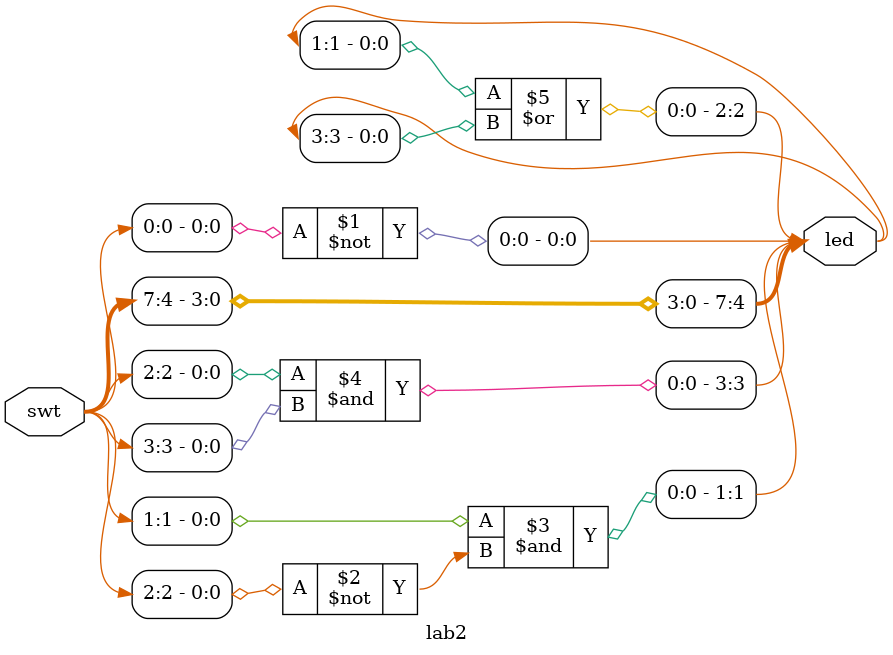
<source format=v>
`timescale 1ns / 1ps


module lab2(
    input [7:0] swt,
     output [7:0] led
    );
    
    assign led[0] = ~swt[0];
    assign led[1] = swt[1] & ~swt[2];
    assign led[3] = swt[2] & swt[3];
    assign led[2] = led[1] | led[3];
    
    assign led[7:4] = swt[7:4];
    
endmodule

</source>
